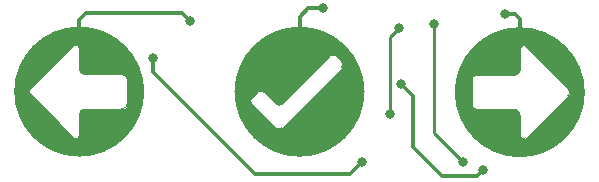
<source format=gbr>
%TF.GenerationSoftware,KiCad,Pcbnew,(6.0.5)*%
%TF.CreationDate,2022-06-21T13:00:38+02:00*%
%TF.ProjectId,Touchpad,546f7563-6870-4616-942e-6b696361645f,rev?*%
%TF.SameCoordinates,Original*%
%TF.FileFunction,Copper,L1,Top*%
%TF.FilePolarity,Positive*%
%FSLAX46Y46*%
G04 Gerber Fmt 4.6, Leading zero omitted, Abs format (unit mm)*
G04 Created by KiCad (PCBNEW (6.0.5)) date 2022-06-21 13:00:38*
%MOMM*%
%LPD*%
G01*
G04 APERTURE LIST*
%TA.AperFunction,EtchedComponent*%
%ADD10C,0.100000*%
%TD*%
%TA.AperFunction,EtchedComponent*%
%ADD11C,1.000000*%
%TD*%
%TA.AperFunction,EtchedComponent*%
%ADD12C,0.010000*%
%TD*%
%TA.AperFunction,EtchedComponent*%
%ADD13C,0.120000*%
%TD*%
%TA.AperFunction,SMDPad,CuDef*%
%ADD14R,0.355600X0.500000*%
%TD*%
%TA.AperFunction,ViaPad*%
%ADD15C,0.800000*%
%TD*%
%TA.AperFunction,Conductor*%
%ADD16C,0.355600*%
%TD*%
%TA.AperFunction,Conductor*%
%ADD17C,0.254000*%
%TD*%
G04 APERTURE END LIST*
D10*
%TO.C,TP3*%
X217794500Y-67606930D02*
X221731500Y-71543930D01*
X217350000Y-69575430D02*
X217350000Y-67797430D01*
X217350979Y-75240845D02*
X217352746Y-73448930D01*
X213286000Y-70083430D02*
X216855915Y-70085197D01*
X213286000Y-73004430D02*
X213286000Y-70083430D01*
X216842000Y-73004430D02*
X213286000Y-73004430D01*
X221731500Y-71543930D02*
X217858000Y-75417430D01*
X221414000Y-71861430D02*
G75*
G03*
X221447508Y-71256422I-254000J317500D01*
G01*
X217352498Y-73448930D02*
G75*
G03*
X216842000Y-73004430I-448764J2D01*
G01*
X213780085Y-70081663D02*
G75*
G03*
X213286000Y-70591430I-49584J-446268D01*
G01*
X217793971Y-67628827D02*
G75*
G03*
X217350000Y-67797430I-189971J-168603D01*
G01*
X213284233Y-72510345D02*
G75*
G03*
X213794000Y-73004430I446268J-49584D01*
G01*
X217350000Y-75226930D02*
G75*
G03*
X217870255Y-75403515I290096J0D01*
G01*
X216855915Y-70085197D02*
G75*
G03*
X217350000Y-69575430I49584J446268D01*
G01*
D11*
X222350000Y-71543930D02*
G75*
G03*
X222350000Y-71543930I-5000000J0D01*
G01*
G36*
X213286000Y-73131430D02*
G01*
X212714500Y-73131430D01*
X212714500Y-71480430D01*
X213286000Y-71480430D01*
X213286000Y-73131430D01*
G37*
D12*
X213286000Y-73131430D02*
X212714500Y-73131430D01*
X212714500Y-71480430D01*
X213286000Y-71480430D01*
X213286000Y-73131430D01*
G36*
X213540000Y-73004430D02*
G01*
X213222500Y-73004430D01*
X213222500Y-72750430D01*
X213540000Y-73004430D01*
G37*
D10*
X213540000Y-73004430D02*
X213222500Y-73004430D01*
X213222500Y-72750430D01*
X213540000Y-73004430D01*
G36*
X213222500Y-70273930D02*
G01*
X213222500Y-70019930D01*
X213540000Y-70019930D01*
X213222500Y-70273930D01*
G37*
X213222500Y-70273930D02*
X213222500Y-70019930D01*
X213540000Y-70019930D01*
X213222500Y-70273930D01*
G36*
X221795000Y-71670930D02*
G01*
X221604500Y-71670930D01*
X221604500Y-71480430D01*
X221795000Y-71480430D01*
X221795000Y-71670930D01*
G37*
X221795000Y-71670930D02*
X221604500Y-71670930D01*
X221604500Y-71480430D01*
X221795000Y-71480430D01*
X221795000Y-71670930D01*
G36*
X219826500Y-67352930D02*
G01*
X222303000Y-69765930D01*
X221858500Y-73956930D01*
X219001000Y-76179430D01*
X216270500Y-76306430D01*
X213286000Y-74528430D01*
X212524000Y-73131430D01*
X213286000Y-73004430D01*
X217032500Y-73004430D01*
X217286500Y-73194930D01*
X217350000Y-73702930D01*
X217350000Y-75226930D01*
X217477000Y-75480930D01*
X217794500Y-75480930D01*
X221604500Y-71670930D01*
X221604500Y-71480430D01*
X217985000Y-67797430D01*
X217667500Y-67543430D01*
X217413500Y-67606930D01*
X217350000Y-67924430D01*
X217350000Y-69638930D01*
X217223000Y-69956430D01*
X216969000Y-70083430D01*
X213286000Y-70083430D01*
X213286000Y-71607430D01*
X212460500Y-71607430D01*
X212841500Y-69702430D01*
X214746500Y-67162430D01*
X217286500Y-66273430D01*
X219826500Y-67352930D01*
G37*
D12*
X219826500Y-67352930D02*
X222303000Y-69765930D01*
X221858500Y-73956930D01*
X219001000Y-76179430D01*
X216270500Y-76306430D01*
X213286000Y-74528430D01*
X212524000Y-73131430D01*
X213286000Y-73004430D01*
X217032500Y-73004430D01*
X217286500Y-73194930D01*
X217350000Y-73702930D01*
X217350000Y-75226930D01*
X217477000Y-75480930D01*
X217794500Y-75480930D01*
X221604500Y-71670930D01*
X221604500Y-71480430D01*
X217985000Y-67797430D01*
X217667500Y-67543430D01*
X217413500Y-67606930D01*
X217350000Y-67924430D01*
X217350000Y-69638930D01*
X217223000Y-69956430D01*
X216969000Y-70083430D01*
X213286000Y-70083430D01*
X213286000Y-71607430D01*
X212460500Y-71607430D01*
X212841500Y-69702430D01*
X214746500Y-67162430D01*
X217286500Y-66273430D01*
X219826500Y-67352930D01*
D13*
%TO.C,TP1*%
X195651999Y-71500001D02*
X196668000Y-72516000D01*
X194636000Y-72516000D02*
X196668000Y-74548000D01*
X197175999Y-74547999D02*
X202255999Y-69467999D01*
X194636001Y-72008001D02*
X195144000Y-71500000D01*
X201240000Y-68452000D02*
X197176000Y-72516000D01*
X202255999Y-68960001D02*
X201747999Y-68452001D01*
X194636001Y-72008001D02*
G75*
G03*
X194636001Y-72515999I253998J-253999D01*
G01*
X196668001Y-72515999D02*
G75*
G03*
X197175999Y-72515999I253999J253998D01*
G01*
X202255999Y-69467999D02*
G75*
G03*
X202255999Y-68960001I-253999J253999D01*
G01*
X201747999Y-68452001D02*
G75*
G03*
X201240001Y-68452001I-253999J-253998D01*
G01*
X196668001Y-74547999D02*
G75*
G03*
X197175999Y-74547999I253999J253998D01*
G01*
X195651999Y-71500001D02*
G75*
G03*
X195144001Y-71500001I-253999J-253998D01*
G01*
D11*
X203700000Y-71500000D02*
G75*
G03*
X203700000Y-71500000I-5000000J0D01*
G01*
G36*
X197049000Y-74738500D02*
G01*
X197239500Y-75818000D01*
X196350500Y-75818000D01*
X196414000Y-74548000D01*
X196668000Y-74548000D01*
X197049000Y-74738500D01*
G37*
D12*
X197049000Y-74738500D02*
X197239500Y-75818000D01*
X196350500Y-75818000D01*
X196414000Y-74548000D01*
X196668000Y-74548000D01*
X197049000Y-74738500D01*
G36*
X201557500Y-67309000D02*
G01*
X203589500Y-69849000D01*
X203526000Y-72452500D01*
X202256000Y-75056000D01*
X199335000Y-76453000D01*
X196985500Y-76135500D01*
X196922000Y-74675000D01*
X197176000Y-74548000D01*
X202256000Y-69468000D01*
X202383000Y-69150500D01*
X202256000Y-68960000D01*
X201684500Y-68388500D01*
X201303500Y-68388500D01*
X197239500Y-72452500D01*
X196985500Y-72643000D01*
X196668000Y-72516000D01*
X195715500Y-71563500D01*
X195461500Y-71436500D01*
X195207500Y-71436500D01*
X194572500Y-72071500D01*
X194509000Y-72262000D01*
X194699500Y-72579500D01*
X196668000Y-74548000D01*
X196668000Y-75818000D01*
X195271000Y-75246500D01*
X194064500Y-73468500D01*
X193874000Y-70865000D01*
X194826500Y-68134500D01*
X198065000Y-66420000D01*
X201557500Y-67309000D01*
G37*
X201557500Y-67309000D02*
X203589500Y-69849000D01*
X203526000Y-72452500D01*
X202256000Y-75056000D01*
X199335000Y-76453000D01*
X196985500Y-76135500D01*
X196922000Y-74675000D01*
X197176000Y-74548000D01*
X202256000Y-69468000D01*
X202383000Y-69150500D01*
X202256000Y-68960000D01*
X201684500Y-68388500D01*
X201303500Y-68388500D01*
X197239500Y-72452500D01*
X196985500Y-72643000D01*
X196668000Y-72516000D01*
X195715500Y-71563500D01*
X195461500Y-71436500D01*
X195207500Y-71436500D01*
X194572500Y-72071500D01*
X194509000Y-72262000D01*
X194699500Y-72579500D01*
X196668000Y-74548000D01*
X196668000Y-75818000D01*
X195271000Y-75246500D01*
X194064500Y-73468500D01*
X193874000Y-70865000D01*
X194826500Y-68134500D01*
X198065000Y-66420000D01*
X201557500Y-67309000D01*
D10*
%TO.C,TP2*%
X179605500Y-75430930D02*
X175668500Y-71493930D01*
X180049021Y-67797015D02*
X180047254Y-69588930D01*
X175668500Y-71493930D02*
X179542000Y-67620430D01*
X180050000Y-73462430D02*
X180050000Y-75240430D01*
X184114000Y-72954430D02*
X180544085Y-72952663D01*
X184114000Y-70033430D02*
X184114000Y-72954430D01*
X180558000Y-70033430D02*
X184114000Y-70033430D01*
X184115767Y-70527515D02*
G75*
G03*
X183606000Y-70033430I-446267J49585D01*
G01*
X180544085Y-72952663D02*
G75*
G03*
X180050000Y-73462430I-49585J-446267D01*
G01*
X183619915Y-72956197D02*
G75*
G03*
X184114000Y-72446430I49585J446267D01*
G01*
X179606029Y-75409033D02*
G75*
G03*
X180050000Y-75240430I189971J168603D01*
G01*
X180047502Y-69588930D02*
G75*
G03*
X180558000Y-70033430I448764J-2D01*
G01*
X180050000Y-67810930D02*
G75*
G03*
X179529745Y-67634345I-290096J0D01*
G01*
X175986000Y-71176430D02*
G75*
G03*
X175952492Y-71781438I254000J-317500D01*
G01*
D11*
X185050000Y-71493930D02*
G75*
G03*
X185050000Y-71493930I-5000000J0D01*
G01*
G36*
X184177500Y-73017930D02*
G01*
X183860000Y-73017930D01*
X184177500Y-72763930D01*
X184177500Y-73017930D01*
G37*
D10*
X184177500Y-73017930D02*
X183860000Y-73017930D01*
X184177500Y-72763930D01*
X184177500Y-73017930D01*
G36*
X184114000Y-68509430D02*
G01*
X184876000Y-69906430D01*
X184114000Y-70033430D01*
X180367500Y-70033430D01*
X180113500Y-69842930D01*
X180050000Y-69334930D01*
X180050000Y-67810930D01*
X179923000Y-67556930D01*
X179605500Y-67556930D01*
X175795500Y-71366930D01*
X175795500Y-71557430D01*
X179415000Y-75240430D01*
X179732500Y-75494430D01*
X179986500Y-75430930D01*
X180050000Y-75113430D01*
X180050000Y-73398930D01*
X180177000Y-73081430D01*
X180431000Y-72954430D01*
X184114000Y-72954430D01*
X184114000Y-71430430D01*
X184939500Y-71430430D01*
X184558500Y-73335430D01*
X182653500Y-75875430D01*
X180113500Y-76764430D01*
X177573500Y-75684930D01*
X175097000Y-73271930D01*
X175541500Y-69080930D01*
X178399000Y-66858430D01*
X181129500Y-66731430D01*
X184114000Y-68509430D01*
G37*
D12*
X184114000Y-68509430D02*
X184876000Y-69906430D01*
X184114000Y-70033430D01*
X180367500Y-70033430D01*
X180113500Y-69842930D01*
X180050000Y-69334930D01*
X180050000Y-67810930D01*
X179923000Y-67556930D01*
X179605500Y-67556930D01*
X175795500Y-71366930D01*
X175795500Y-71557430D01*
X179415000Y-75240430D01*
X179732500Y-75494430D01*
X179986500Y-75430930D01*
X180050000Y-75113430D01*
X180050000Y-73398930D01*
X180177000Y-73081430D01*
X180431000Y-72954430D01*
X184114000Y-72954430D01*
X184114000Y-71430430D01*
X184939500Y-71430430D01*
X184558500Y-73335430D01*
X182653500Y-75875430D01*
X180113500Y-76764430D01*
X177573500Y-75684930D01*
X175097000Y-73271930D01*
X175541500Y-69080930D01*
X178399000Y-66858430D01*
X181129500Y-66731430D01*
X184114000Y-68509430D01*
G36*
X184177500Y-70287430D02*
G01*
X183860000Y-70033430D01*
X184177500Y-70033430D01*
X184177500Y-70287430D01*
G37*
D10*
X184177500Y-70287430D02*
X183860000Y-70033430D01*
X184177500Y-70033430D01*
X184177500Y-70287430D01*
G36*
X184685500Y-71557430D02*
G01*
X184114000Y-71557430D01*
X184114000Y-69906430D01*
X184685500Y-69906430D01*
X184685500Y-71557430D01*
G37*
D12*
X184685500Y-71557430D02*
X184114000Y-71557430D01*
X184114000Y-69906430D01*
X184685500Y-69906430D01*
X184685500Y-71557430D01*
G36*
X175795500Y-71557430D02*
G01*
X175605000Y-71557430D01*
X175605000Y-71366930D01*
X175795500Y-71366930D01*
X175795500Y-71557430D01*
G37*
D10*
X175795500Y-71557430D02*
X175605000Y-71557430D01*
X175605000Y-71366930D01*
X175795500Y-71366930D01*
X175795500Y-71557430D01*
%TD*%
D14*
%TO.P,TP3,1,1*%
%TO.N,Net-(C5-Pad1)*%
X217350000Y-65806070D03*
%TD*%
%TO.P,TP1,1,1*%
%TO.N,Net-(C1-Pad1)*%
X198700000Y-65762140D03*
%TD*%
%TO.P,TP2,1,1*%
%TO.N,Net-(C3-Pad1)*%
X180050000Y-65756070D03*
%TD*%
D15*
%TO.N,Net-(C5-Pad1)*%
X216100000Y-64950000D03*
%TO.N,TP2*%
X186300000Y-68650000D03*
X204000000Y-77450000D03*
%TO.N,TP3*%
X210100000Y-65750000D03*
X212550000Y-77450000D03*
%TO.N,+5V*%
X207300000Y-70850000D03*
X214250000Y-78100000D03*
%TO.N,Net-(C1-Pad1)*%
X200650000Y-64450000D03*
%TO.N,Net-(C3-Pad1)*%
X189450000Y-65500000D03*
%TO.N,TP1*%
X206350000Y-73350000D03*
X207100000Y-66100000D03*
%TD*%
D16*
%TO.N,Net-(C5-Pad1)*%
X216950000Y-64950000D02*
X217350000Y-65350000D01*
X217350000Y-65350000D02*
X217350000Y-65550000D01*
X216100000Y-64950000D02*
X216950000Y-64950000D01*
%TO.N,TP2*%
X186300000Y-69850000D02*
X194900000Y-78450000D01*
X194900000Y-78450000D02*
X203000000Y-78450000D01*
X186300000Y-68650000D02*
X186300000Y-69850000D01*
X203000000Y-78450000D02*
X204000000Y-77450000D01*
D17*
%TO.N,TP3*%
X210100000Y-75000000D02*
X212550000Y-77450000D01*
X210100000Y-65750000D02*
X210100000Y-75000000D01*
D16*
%TO.N,+5V*%
X208350000Y-71900000D02*
X208350000Y-76150000D01*
X213750000Y-78600000D02*
X214250000Y-78100000D01*
X207300000Y-70850000D02*
X208350000Y-71900000D01*
X208350000Y-76150000D02*
X210800000Y-78600000D01*
X210800000Y-78600000D02*
X213750000Y-78600000D01*
%TO.N,Net-(C1-Pad1)*%
X198700000Y-65200000D02*
X198700000Y-65500000D01*
X200650000Y-64450000D02*
X199450000Y-64450000D01*
X199450000Y-64450000D02*
X198700000Y-65200000D01*
%TO.N,Net-(C3-Pad1)*%
X188775000Y-64850000D02*
X180625000Y-64850000D01*
X189425000Y-65500000D02*
X188775000Y-64850000D01*
X180043597Y-65431403D02*
X180043597Y-65613493D01*
X180625000Y-64850000D02*
X180043597Y-65431403D01*
D17*
%TO.N,TP1*%
X206350000Y-73350000D02*
X206350000Y-66850000D01*
X206350000Y-66850000D02*
X207100000Y-66100000D01*
%TD*%
M02*

</source>
